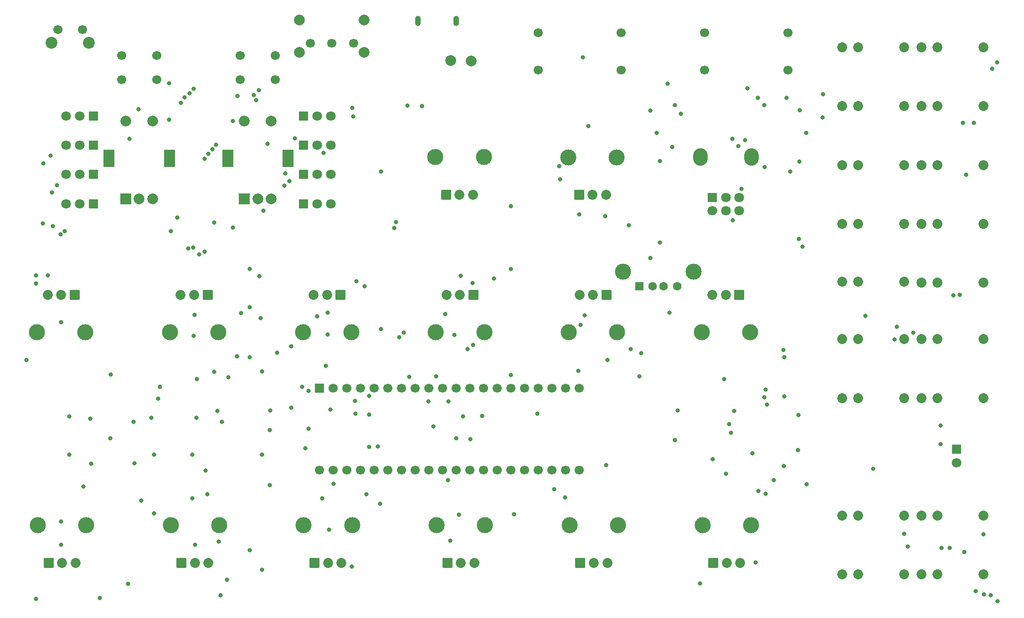
<source format=gbr>
%TF.GenerationSoftware,KiCad,Pcbnew,(6.0.10)*%
%TF.CreationDate,2023-02-06T20:53:37+00:00*%
%TF.ProjectId,fjol-desktop,666a6f6c-2d64-4657-936b-746f702e6b69,rev?*%
%TF.SameCoordinates,Original*%
%TF.FileFunction,Soldermask,Top*%
%TF.FilePolarity,Negative*%
%FSLAX46Y46*%
G04 Gerber Fmt 4.6, Leading zero omitted, Abs format (unit mm)*
G04 Created by KiCad (PCBNEW (6.0.10)) date 2023-02-06 20:53:37*
%MOMM*%
%LPD*%
G01*
G04 APERTURE LIST*
G04 Aperture macros list*
%AMRoundRect*
0 Rectangle with rounded corners*
0 $1 Rounding radius*
0 $2 $3 $4 $5 $6 $7 $8 $9 X,Y pos of 4 corners*
0 Add a 4 corners polygon primitive as box body*
4,1,4,$2,$3,$4,$5,$6,$7,$8,$9,$2,$3,0*
0 Add four circle primitives for the rounded corners*
1,1,$1+$1,$2,$3*
1,1,$1+$1,$4,$5*
1,1,$1+$1,$6,$7*
1,1,$1+$1,$8,$9*
0 Add four rect primitives between the rounded corners*
20,1,$1+$1,$2,$3,$4,$5,0*
20,1,$1+$1,$4,$5,$6,$7,0*
20,1,$1+$1,$6,$7,$8,$9,0*
20,1,$1+$1,$8,$9,$2,$3,0*%
G04 Aperture macros list end*
%ADD10C,1.853200*%
%ADD11RoundRect,0.101600X-0.825000X0.825000X-0.825000X-0.825000X0.825000X-0.825000X0.825000X0.825000X0*%
%ADD12C,2.997200*%
%ADD13R,1.800000X1.800000*%
%ADD14C,1.800000*%
%ADD15C,1.700000*%
%ADD16O,2.720000X3.240000*%
%ADD17R,2.000000X2.000000*%
%ADD18C,2.000000*%
%ADD19R,2.000000X3.200000*%
%ADD20RoundRect,0.101600X0.825000X-0.825000X0.825000X0.825000X-0.825000X0.825000X-0.825000X-0.825000X0*%
%ADD21C,2.200000*%
%ADD22R,1.600000X1.500000*%
%ADD23C,1.600000*%
%ADD24C,3.000000*%
%ADD25O,1.050000X1.900000*%
%ADD26R,1.700000X1.700000*%
%ADD27C,0.800000*%
G04 APERTURE END LIST*
D10*
%TO.C,CV-PM3*%
X266537251Y-49214876D03*
X258037251Y-49214876D03*
X255037251Y-49214876D03*
%TD*%
%TO.C,CV-CTL2*%
X266550000Y-82026360D03*
X258050000Y-82026360D03*
X255050000Y-82026360D03*
%TD*%
%TO.C,mult1*%
X251818000Y-136312840D03*
X243318000Y-136312840D03*
X240318000Y-136312840D03*
%TD*%
D11*
%TO.C,FILT-DEC1*%
X142294340Y-145088300D03*
D10*
X144794340Y-145088300D03*
X147294340Y-145088300D03*
D12*
X140294340Y-138088300D03*
X149294340Y-138088300D03*
%TD*%
D11*
%TO.C,PM3*%
X92900000Y-145088300D03*
D10*
X95400000Y-145088300D03*
X97900000Y-145088300D03*
D12*
X90900000Y-138088300D03*
X99900000Y-138088300D03*
%TD*%
D10*
%TO.C,mult4*%
X266550000Y-147250000D03*
X258050000Y-147250000D03*
X255050000Y-147250000D03*
%TD*%
%TO.C,pitch1*%
X251818000Y-103501356D03*
X243318000Y-103501356D03*
X240318000Y-103501356D03*
%TD*%
D13*
%TO.C,D11*%
X140243833Y-72850000D03*
D14*
X142783833Y-72850000D03*
X145323833Y-72850000D03*
%TD*%
D13*
%TO.C,D9*%
X140243833Y-61950000D03*
D14*
X142783833Y-61950000D03*
X145323833Y-61950000D03*
%TD*%
D13*
%TO.C,D10*%
X140243833Y-67400000D03*
D14*
X142783833Y-67400000D03*
X145323833Y-67400000D03*
%TD*%
D11*
%TO.C,LFO-AMP1*%
X216385852Y-145088300D03*
D10*
X218885852Y-145088300D03*
X221385852Y-145088300D03*
D12*
X214385852Y-138088300D03*
X223385852Y-138088300D03*
%TD*%
D15*
%TO.C,sw-sel1*%
X112980033Y-55225000D03*
X106480033Y-55225000D03*
X112980033Y-50725000D03*
X106480033Y-50725000D03*
%TD*%
D10*
%TO.C,CV-CTL1*%
X251818000Y-82026360D03*
X243318000Y-82026360D03*
X240318000Y-82026360D03*
%TD*%
D16*
%TO.C,vol1*%
X213975000Y-69619000D03*
X223475000Y-69619000D03*
D13*
X216225000Y-77119000D03*
D14*
X218725000Y-77119000D03*
X221225000Y-77119000D03*
X216225000Y-79619000D03*
X218725000Y-79619000D03*
X221225000Y-79619000D03*
%TD*%
D11*
%TO.C,RELEASE1*%
X191447172Y-76650000D03*
D10*
X193947172Y-76650000D03*
X196447172Y-76650000D03*
D12*
X189447172Y-69650000D03*
X198447172Y-69650000D03*
%TD*%
D17*
%TO.C,SW4*%
X129272566Y-77375000D03*
D18*
X134272566Y-77375000D03*
X131772566Y-77375000D03*
D19*
X137372566Y-69875000D03*
X126172566Y-69875000D03*
D18*
X134272566Y-62875000D03*
X129272566Y-62875000D03*
%TD*%
D13*
%TO.C,D12*%
X140243833Y-78300000D03*
D14*
X142783833Y-78300000D03*
X145323833Y-78300000D03*
%TD*%
D20*
%TO.C,ATTACK2*%
X171830658Y-95213300D03*
D10*
X169330658Y-95213300D03*
X166830658Y-95213300D03*
D12*
X173830658Y-102213300D03*
X164830658Y-102213300D03*
%TD*%
D18*
%TO.C,d+1*%
X171450000Y-51689000D03*
%TD*%
D13*
%TO.C,D4*%
X261620000Y-123937000D03*
D14*
X261620000Y-126477000D03*
%TD*%
D10*
%TO.C,lfo-o1*%
X266537251Y-103501356D03*
X258037251Y-103501356D03*
X255037251Y-103501356D03*
%TD*%
%TO.C,gate-o1*%
X266550000Y-114438520D03*
X258050000Y-114438520D03*
X255050000Y-114438520D03*
%TD*%
D11*
%TO.C,LFO-FREQ1*%
X166991510Y-145088300D03*
D10*
X169491510Y-145088300D03*
X171991510Y-145088300D03*
D12*
X164991510Y-138088300D03*
X173991510Y-138088300D03*
%TD*%
D11*
%TO.C,LFO-WAVE1*%
X191688680Y-145088300D03*
D10*
X194188680Y-145088300D03*
X196688680Y-145088300D03*
D12*
X189688680Y-138088300D03*
X198688680Y-138088300D03*
%TD*%
D10*
%TO.C,CV-FILTDEC1*%
X251818000Y-92763858D03*
X243318000Y-92763858D03*
X240318000Y-92763858D03*
%TD*%
D18*
%TO.C,d-1*%
X167563800Y-51663600D03*
%TD*%
D10*
%TO.C,mult3*%
X251818000Y-147250000D03*
X243318000Y-147250000D03*
X240318000Y-147250000D03*
%TD*%
%TO.C,cv-cutoff1*%
X266550000Y-92963520D03*
X258050000Y-92963520D03*
X255050000Y-92963520D03*
%TD*%
%TO.C,CV-REL1*%
X251818000Y-71089200D03*
X243318000Y-71089200D03*
X240318000Y-71089200D03*
%TD*%
D13*
%TO.C,D7*%
X101258766Y-72850000D03*
D14*
X98718766Y-72850000D03*
X96178766Y-72850000D03*
%TD*%
D10*
%TO.C,env2-o1*%
X251818000Y-114438520D03*
X243318000Y-114438520D03*
X240318000Y-114438520D03*
%TD*%
D20*
%TO.C,RATIO2*%
X122436318Y-95213300D03*
D10*
X119936318Y-95213300D03*
X117436318Y-95213300D03*
D12*
X124436318Y-102213300D03*
X115436318Y-102213300D03*
%TD*%
D13*
%TO.C,D5*%
X101258766Y-61950000D03*
D14*
X98718766Y-61950000D03*
X96178766Y-61950000D03*
%TD*%
D20*
%TO.C,RELEASE2*%
X196527828Y-95213300D03*
D10*
X194027828Y-95213300D03*
X191527828Y-95213300D03*
D12*
X198527828Y-102213300D03*
X189527828Y-102213300D03*
%TD*%
D10*
%TO.C,mult2*%
X266550000Y-136312840D03*
X258050000Y-136312840D03*
X255050000Y-136312840D03*
%TD*%
%TO.C,CV-PM2*%
X251818000Y-49214876D03*
X243318000Y-49214876D03*
X240318000Y-49214876D03*
%TD*%
D20*
%TO.C,CUTOFF1*%
X147133488Y-95213300D03*
D10*
X144633488Y-95213300D03*
X142133488Y-95213300D03*
D12*
X149133488Y-102213300D03*
X140133488Y-102213300D03*
%TD*%
D11*
%TO.C,RATIO3*%
X117597170Y-145088300D03*
D10*
X120097170Y-145088300D03*
X122597170Y-145088300D03*
D12*
X115597170Y-138088300D03*
X124597170Y-138088300D03*
%TD*%
D10*
%TO.C,CV-REL2*%
X266550000Y-71089200D03*
X258050000Y-71089200D03*
X255050000Y-71089200D03*
%TD*%
D15*
%TO.C,sw-sel2*%
X135022566Y-55225000D03*
X128522566Y-55225000D03*
X135022566Y-50725000D03*
X128522566Y-50725000D03*
%TD*%
D10*
%TO.C,CV-RAT2*%
X251818000Y-60152040D03*
X243318000Y-60152040D03*
X240318000Y-60152040D03*
%TD*%
D20*
%TO.C,ENV2-AMP1*%
X221225000Y-95213300D03*
D10*
X218725000Y-95213300D03*
X216225000Y-95213300D03*
D12*
X223225000Y-102213300D03*
X214225000Y-102213300D03*
%TD*%
D20*
%TO.C,PM2*%
X97739148Y-95213300D03*
D10*
X95239148Y-95213300D03*
X92739148Y-95213300D03*
D12*
X99739148Y-102213300D03*
X90739148Y-102213300D03*
%TD*%
D10*
%TO.C,CV-RAT3*%
X266550000Y-60152040D03*
X258050000Y-60152040D03*
X255050000Y-60152040D03*
%TD*%
D13*
%TO.C,D8*%
X101258766Y-78300000D03*
D14*
X98718766Y-78300000D03*
X96178766Y-78300000D03*
%TD*%
D17*
%TO.C,SW3*%
X107230033Y-77375000D03*
D18*
X112230033Y-77375000D03*
X109730033Y-77375000D03*
D19*
X104130033Y-69875000D03*
X115330033Y-69875000D03*
D18*
X112230033Y-62875000D03*
X107230033Y-62875000D03*
%TD*%
D11*
%TO.C,ATTACK1*%
X166750000Y-76586500D03*
D10*
X169250000Y-76586500D03*
X171750000Y-76586500D03*
D12*
X164750000Y-69586500D03*
X173750000Y-69586500D03*
%TD*%
D13*
%TO.C,D6*%
X101258766Y-67400000D03*
D14*
X98718766Y-67400000D03*
X96178766Y-67400000D03*
%TD*%
D21*
%TO.C,sw-midi1*%
X93401000Y-48383000D03*
X100401000Y-48383000D03*
D15*
X99151000Y-45883000D03*
X94651000Y-45883000D03*
%TD*%
%TO.C,line1*%
X199303333Y-46450000D03*
X199303333Y-53450000D03*
%TD*%
D22*
%TO.C,X1*%
X202646400Y-93675800D03*
D23*
X205146400Y-93675800D03*
X207146400Y-93675800D03*
X209646400Y-93675800D03*
D24*
X199576400Y-90965800D03*
X212716400Y-90965800D03*
%TD*%
D15*
%TO.C,headphone1*%
X183840000Y-46450000D03*
X183840000Y-53450000D03*
%TD*%
D25*
%TO.C,J1*%
X161499600Y-44240600D03*
X168649600Y-44240600D03*
%TD*%
D18*
%TO.C,SW1*%
X151528800Y-50137000D03*
X139528800Y-50137000D03*
X151528800Y-44137000D03*
X139528800Y-44137000D03*
D15*
X141528800Y-48387000D03*
X145528800Y-48387000D03*
X149528800Y-48387000D03*
%TD*%
D26*
%TO.C,A1*%
X143180000Y-112582500D03*
D15*
X145720000Y-112582500D03*
X148260000Y-112582500D03*
X150800000Y-112582500D03*
X153340000Y-112582500D03*
X155880000Y-112582500D03*
X158420000Y-112582500D03*
X160960000Y-112582500D03*
X163500000Y-112582500D03*
X166040000Y-112582500D03*
X168580000Y-112582500D03*
X171120000Y-112582500D03*
X173660000Y-112582500D03*
X176200000Y-112582500D03*
X178740000Y-112582500D03*
X181280000Y-112582500D03*
X183820000Y-112582500D03*
X186360000Y-112582500D03*
X188900000Y-112582500D03*
X191440000Y-112582500D03*
X191440000Y-127822500D03*
X188900000Y-127822500D03*
X186360000Y-127822500D03*
X183820000Y-127822500D03*
X181280000Y-127822500D03*
X178740000Y-127822500D03*
X176200000Y-127822500D03*
X173660000Y-127822500D03*
X171120000Y-127822500D03*
X168580000Y-127822500D03*
X166040000Y-127822500D03*
X163500000Y-127822500D03*
X160960000Y-127822500D03*
X158420000Y-127822500D03*
X155880000Y-127822500D03*
X153340000Y-127822500D03*
X150800000Y-127822500D03*
X148260000Y-127822500D03*
X145720000Y-127822500D03*
X143180000Y-127822500D03*
%TD*%
%TO.C,midi-thru1*%
X230230000Y-46450000D03*
X230230000Y-53450000D03*
%TD*%
%TO.C,midi-i1*%
X214766666Y-46450000D03*
X214766666Y-53450000D03*
%TD*%
D27*
X132765800Y-79578200D03*
X115637800Y-83394420D03*
X164388800Y-119684800D03*
X164896800Y-110439200D03*
X209727800Y-116789200D03*
X115312800Y-55849420D03*
X209296000Y-122275600D03*
X224637600Y-58623200D03*
X116787800Y-80869420D03*
X163423600Y-115087400D03*
X127152400Y-82677000D03*
X128016000Y-58267600D03*
X250088400Y-103581200D03*
X126288800Y-110566200D03*
X219354400Y-119278400D03*
X159867600Y-110490000D03*
X210362800Y-61544200D03*
X125120400Y-118846600D03*
X250469400Y-101168200D03*
X222275400Y-66497200D03*
X222707200Y-56819800D03*
X167182800Y-115087400D03*
X227609400Y-129717800D03*
X167119300Y-129705100D03*
X253542800Y-102260400D03*
X167538400Y-140995400D03*
X252501400Y-142036800D03*
X168656000Y-121894600D03*
X171272200Y-122072400D03*
X183692800Y-117322600D03*
X223660650Y-124751150D03*
X224764600Y-131724400D03*
X186791600Y-131368800D03*
X188874400Y-132892800D03*
X226110800Y-132283200D03*
X226382900Y-115653500D03*
X219710000Y-120904000D03*
X244678200Y-99161600D03*
X104419400Y-110032800D03*
X166624000Y-98806000D03*
X192532000Y-99060000D03*
X171645275Y-93026511D03*
X123647200Y-109575600D03*
X104394000Y-121894600D03*
X218770200Y-128498600D03*
X246126000Y-127609600D03*
X124231400Y-116840000D03*
X226136200Y-112852200D03*
X208711800Y-67716400D03*
X221005400Y-67589400D03*
X221615000Y-75514200D03*
X205841600Y-65125600D03*
X219989400Y-81356200D03*
X219887800Y-66192400D03*
X225831400Y-114274600D03*
X232460800Y-60883800D03*
X203022200Y-106121200D03*
X232384600Y-70434200D03*
X202641200Y-110439200D03*
X178765200Y-110134400D03*
X229387400Y-105486200D03*
X171735509Y-104574561D03*
X157480000Y-81711800D03*
X158851600Y-102260400D03*
X158038800Y-103149400D03*
X170738800Y-105283000D03*
X157124400Y-82804000D03*
X132003800Y-91744800D03*
X132257800Y-99568000D03*
X168300400Y-102692200D03*
X92786200Y-91567000D03*
X159562800Y-60045600D03*
X162306000Y-60147200D03*
X131064000Y-58039000D03*
X149313900Y-60490100D03*
X127127000Y-62915800D03*
X149453600Y-62026800D03*
X131470400Y-58978800D03*
X133604000Y-67106800D03*
X115265200Y-62661800D03*
X151587200Y-93624400D03*
X90551000Y-93091000D03*
X150114000Y-92735400D03*
X90551000Y-91592400D03*
X109626400Y-60680600D03*
X88798400Y-107391200D03*
X128676400Y-98653600D03*
X142773400Y-99187000D03*
X127914400Y-106654600D03*
X204724000Y-60960000D03*
X178816000Y-90424000D03*
X204724000Y-88417400D03*
X178816000Y-78714600D03*
X206502000Y-70358000D03*
X206502000Y-85471000D03*
X232994200Y-86233000D03*
X232105200Y-124129800D03*
X232257600Y-84836000D03*
X232206800Y-117627400D03*
X131940300Y-57137300D03*
X123680980Y-81805020D03*
X107954281Y-66213519D03*
X138658600Y-66141600D03*
X192151000Y-51079400D03*
X193167000Y-63804800D03*
X262154668Y-95270466D03*
X132537200Y-146354800D03*
X144373600Y-108483400D03*
X132588000Y-124968000D03*
X132588000Y-109474000D03*
X260350000Y-142290800D03*
X144780000Y-102616000D03*
X122428000Y-132308600D03*
X152476200Y-123494800D03*
X151942800Y-132359400D03*
X122072400Y-127965200D03*
X258826000Y-142341600D03*
X143764000Y-133096000D03*
X119634000Y-133096000D03*
X149250400Y-145796000D03*
X260985000Y-95326200D03*
X119634000Y-124968000D03*
X145034000Y-138938000D03*
X141173200Y-120116600D03*
X141224000Y-113106200D03*
X113284000Y-114579400D03*
X139979400Y-112318800D03*
X140589000Y-123799600D03*
X113588800Y-112318800D03*
X124510800Y-141097000D03*
X266674600Y-150952200D03*
X264820400Y-63271400D03*
X124866400Y-151104600D03*
X112522000Y-124968000D03*
X112522000Y-135890000D03*
X100769200Y-126651800D03*
X99364800Y-130886200D03*
X134010400Y-120370600D03*
X134010400Y-130606800D03*
X263042400Y-143103600D03*
X213893400Y-148894800D03*
X224205800Y-145008600D03*
X191693800Y-100812600D03*
X126034800Y-148259800D03*
X120370600Y-118084600D03*
X120446800Y-110921800D03*
X263321800Y-72923400D03*
X191312800Y-109347000D03*
X149809200Y-114935000D03*
X149936200Y-117348000D03*
X200736200Y-82270600D03*
X134086600Y-116789200D03*
X135331200Y-106019600D03*
X201015600Y-105308400D03*
X154025600Y-123444000D03*
X154457400Y-134112000D03*
X110109000Y-133527800D03*
X108859300Y-126573300D03*
X100633050Y-118289550D03*
X96774000Y-117856000D03*
X102412800Y-151612600D03*
X95250000Y-100330000D03*
X268198600Y-53187600D03*
X267944600Y-151155400D03*
X152476200Y-114046000D03*
X152476200Y-117500400D03*
X262763000Y-63271400D03*
X265099800Y-150393400D03*
X119888000Y-102870000D03*
X108712000Y-118872000D03*
X107645200Y-148996400D03*
X112014000Y-118110000D03*
X144780000Y-98552000D03*
X229514400Y-127050800D03*
X191516000Y-80264000D03*
X130302000Y-97536000D03*
X130302000Y-106807000D03*
X196342000Y-80568800D03*
X229616000Y-114147600D03*
X196748400Y-107315000D03*
X196443600Y-126873000D03*
X229565200Y-106857800D03*
X130302000Y-90424000D03*
X130302000Y-142748000D03*
X225856800Y-59969400D03*
X207873600Y-55956200D03*
X225907600Y-71424800D03*
X209270600Y-59969400D03*
X230657400Y-72313800D03*
X230022400Y-58597800D03*
X218363800Y-110896400D03*
X236804200Y-57937400D03*
X236677200Y-62204600D03*
X233680000Y-65074800D03*
X137998200Y-104851200D03*
X208280000Y-98577400D03*
X145288000Y-116586000D03*
X233730800Y-130454400D03*
X137972800Y-116281200D03*
X154686000Y-101625400D03*
X145846800Y-130352800D03*
X154686000Y-72313800D03*
X216306400Y-125831600D03*
X269163800Y-152222200D03*
X90551000Y-151790400D03*
X95250000Y-137414000D03*
X96774000Y-124968000D03*
X269113000Y-51943000D03*
X251818000Y-139727800D03*
X266550000Y-139753200D03*
X95250000Y-141732000D03*
X258622800Y-122986800D03*
X258622800Y-119532400D03*
X220243400Y-116814600D03*
X120142000Y-141732000D03*
X119989600Y-98958400D03*
X119831400Y-56915600D03*
X121866400Y-87172220D03*
X119124362Y-57715600D03*
X120901200Y-87731020D03*
X119783600Y-86410220D03*
X118174362Y-58515600D03*
X117474362Y-59515600D03*
X118818400Y-86613420D03*
X91874362Y-70765600D03*
X91824362Y-81915600D03*
X93662800Y-82444420D03*
X93224362Y-69315600D03*
X95087800Y-83944420D03*
X93524362Y-76165600D03*
X94474362Y-74865600D03*
X95887800Y-83394420D03*
X124024362Y-67265600D03*
X144018000Y-68859400D03*
X123324362Y-68115600D03*
X136874362Y-72615600D03*
X122574362Y-68965600D03*
X137624362Y-74065600D03*
X136724362Y-74965600D03*
X121874362Y-69915600D03*
X169443400Y-91719400D03*
X175615600Y-92176600D03*
X169877062Y-117879538D03*
X173482000Y-117805200D03*
X187756800Y-71323200D03*
X187909200Y-73710800D03*
X179349400Y-136017000D03*
X169164000Y-136144000D03*
M02*

</source>
